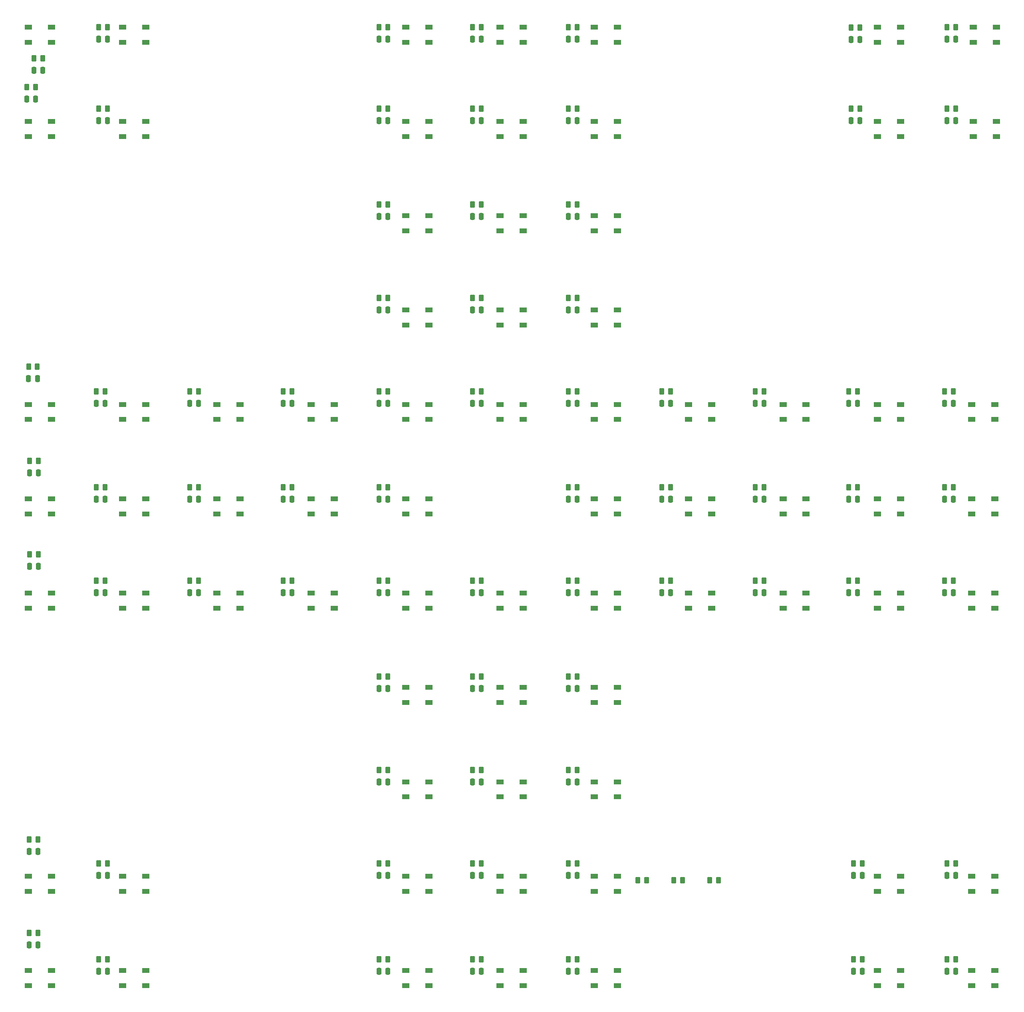
<source format=gbr>
%TF.GenerationSoftware,KiCad,Pcbnew,6.0.7*%
%TF.CreationDate,2022-11-18T13:15:14+01:00*%
%TF.ProjectId,game_board,67616d65-5f62-46f6-9172-642e6b696361,rev?*%
%TF.SameCoordinates,Original*%
%TF.FileFunction,Paste,Top*%
%TF.FilePolarity,Positive*%
%FSLAX46Y46*%
G04 Gerber Fmt 4.6, Leading zero omitted, Abs format (unit mm)*
G04 Created by KiCad (PCBNEW 6.0.7) date 2022-11-18 13:15:14*
%MOMM*%
%LPD*%
G01*
G04 APERTURE LIST*
G04 Aperture macros list*
%AMRoundRect*
0 Rectangle with rounded corners*
0 $1 Rounding radius*
0 $2 $3 $4 $5 $6 $7 $8 $9 X,Y pos of 4 corners*
0 Add a 4 corners polygon primitive as box body*
4,1,4,$2,$3,$4,$5,$6,$7,$8,$9,$2,$3,0*
0 Add four circle primitives for the rounded corners*
1,1,$1+$1,$2,$3*
1,1,$1+$1,$4,$5*
1,1,$1+$1,$6,$7*
1,1,$1+$1,$8,$9*
0 Add four rect primitives between the rounded corners*
20,1,$1+$1,$2,$3,$4,$5,0*
20,1,$1+$1,$4,$5,$6,$7,0*
20,1,$1+$1,$6,$7,$8,$9,0*
20,1,$1+$1,$8,$9,$2,$3,0*%
G04 Aperture macros list end*
%ADD10RoundRect,0.250000X0.250000X0.475000X-0.250000X0.475000X-0.250000X-0.475000X0.250000X-0.475000X0*%
%ADD11R,1.500000X1.000000*%
%ADD12RoundRect,0.250000X-0.262500X-0.450000X0.262500X-0.450000X0.262500X0.450000X-0.262500X0.450000X0*%
%ADD13RoundRect,0.250000X0.262500X0.450000X-0.262500X0.450000X-0.262500X-0.450000X0.262500X-0.450000X0*%
G04 APERTURE END LIST*
D10*
%TO.C,C41*%
X44704000Y-142748000D03*
X42804000Y-142748000D03*
%TD*%
D11*
%TO.C,D31*%
X202550000Y-128400000D03*
X202550000Y-131600000D03*
X207450000Y-131600000D03*
X207450000Y-128400000D03*
%TD*%
D10*
%TO.C,C26*%
X138618000Y-88392000D03*
X136718000Y-88392000D03*
%TD*%
D12*
%TO.C,R63*%
X236831500Y-145796000D03*
X238656500Y-145796000D03*
%TD*%
D11*
%TO.C,D6*%
X62550000Y-48400000D03*
X62550000Y-51600000D03*
X67450000Y-51600000D03*
X67450000Y-48400000D03*
%TD*%
D12*
%TO.C,R16*%
X217527500Y-205740000D03*
X219352500Y-205740000D03*
%TD*%
D11*
%TO.C,D16*%
X222550000Y-208400000D03*
X222550000Y-211600000D03*
X227450000Y-211600000D03*
X227450000Y-208400000D03*
%TD*%
D10*
%TO.C,C18*%
X138618000Y-188468000D03*
X136718000Y-188468000D03*
%TD*%
%TO.C,C49*%
X118806000Y-68580000D03*
X116906000Y-68580000D03*
%TD*%
%TO.C,C59*%
X198562000Y-108204000D03*
X196662000Y-108204000D03*
%TD*%
D12*
%TO.C,R44*%
X56999500Y-105664000D03*
X58824500Y-105664000D03*
%TD*%
D10*
%TO.C,C3*%
X59370000Y-208280000D03*
X57470000Y-208280000D03*
%TD*%
%TO.C,C71*%
X158938000Y-228600000D03*
X157038000Y-228600000D03*
%TD*%
D12*
%TO.C,R68*%
X157075500Y-166116000D03*
X158900500Y-166116000D03*
%TD*%
D10*
%TO.C,C29*%
X158938000Y-128524000D03*
X157038000Y-128524000D03*
%TD*%
%TO.C,C6*%
X59370000Y-48260000D03*
X57470000Y-48260000D03*
%TD*%
D12*
%TO.C,R45*%
X76811500Y-105664000D03*
X78636500Y-105664000D03*
%TD*%
D11*
%TO.C,D63*%
X242550000Y-148400000D03*
X242550000Y-151600000D03*
X247450000Y-151600000D03*
X247450000Y-148400000D03*
%TD*%
D10*
%TO.C,C47*%
X118806000Y-108204000D03*
X116906000Y-108204000D03*
%TD*%
D11*
%TO.C,D23*%
X82550000Y-128400000D03*
X82550000Y-131600000D03*
X87450000Y-131600000D03*
X87450000Y-128400000D03*
%TD*%
D10*
%TO.C,C31*%
X198562000Y-128524000D03*
X196662000Y-128524000D03*
%TD*%
D11*
%TO.C,D4*%
X42550000Y-208400000D03*
X42550000Y-211600000D03*
X47450000Y-211600000D03*
X47450000Y-208400000D03*
%TD*%
D12*
%TO.C,R57*%
X157075500Y-105664000D03*
X158900500Y-105664000D03*
%TD*%
D11*
%TO.C,D47*%
X122550000Y-108400000D03*
X122550000Y-111600000D03*
X127450000Y-111600000D03*
X127450000Y-108400000D03*
%TD*%
%TO.C,D41*%
X42550000Y-148400000D03*
X42550000Y-151600000D03*
X47450000Y-151600000D03*
X47450000Y-148400000D03*
%TD*%
D12*
%TO.C,R47*%
X116943500Y-105664000D03*
X118768500Y-105664000D03*
%TD*%
%TO.C,R29*%
X157075500Y-125984000D03*
X158900500Y-125984000D03*
%TD*%
D10*
%TO.C,C57*%
X158938000Y-108204000D03*
X157038000Y-108204000D03*
%TD*%
D11*
%TO.C,D42*%
X42550000Y-128400000D03*
X42550000Y-131600000D03*
X47450000Y-131600000D03*
X47450000Y-128400000D03*
%TD*%
D10*
%TO.C,C12*%
X218882000Y-48260000D03*
X216982000Y-48260000D03*
%TD*%
D11*
%TO.C,D10*%
X242870000Y-28400000D03*
X242870000Y-31600000D03*
X247770000Y-31600000D03*
X247770000Y-28400000D03*
%TD*%
%TO.C,D72*%
X142550000Y-228400000D03*
X142550000Y-231600000D03*
X147450000Y-231600000D03*
X147450000Y-228400000D03*
%TD*%
D12*
%TO.C,R17*%
X136755500Y-205740000D03*
X138580500Y-205740000D03*
%TD*%
%TO.C,R52*%
X136755500Y-28448000D03*
X138580500Y-28448000D03*
%TD*%
%TO.C,R70*%
X157075500Y-205740000D03*
X158900500Y-205740000D03*
%TD*%
D11*
%TO.C,D39*%
X82550000Y-148400000D03*
X82550000Y-151600000D03*
X87450000Y-151600000D03*
X87450000Y-148400000D03*
%TD*%
D10*
%TO.C,C67*%
X158938000Y-148336000D03*
X157038000Y-148336000D03*
%TD*%
D12*
%TO.C,R51*%
X116943500Y-28448000D03*
X118768500Y-28448000D03*
%TD*%
%TO.C,R38*%
X96623500Y-145796000D03*
X98448500Y-145796000D03*
%TD*%
D13*
%TO.C,R75*%
X173632500Y-209296000D03*
X171807500Y-209296000D03*
%TD*%
D11*
%TO.C,D53*%
X162550000Y-28400000D03*
X162550000Y-31600000D03*
X167450000Y-31600000D03*
X167450000Y-28400000D03*
%TD*%
%TO.C,D5*%
X42550000Y-48400000D03*
X42550000Y-51600000D03*
X47450000Y-51600000D03*
X47450000Y-48400000D03*
%TD*%
%TO.C,D21*%
X122550000Y-128400000D03*
X122550000Y-131600000D03*
X127450000Y-131600000D03*
X127450000Y-128400000D03*
%TD*%
%TO.C,D27*%
X142550000Y-68400000D03*
X142550000Y-71600000D03*
X147450000Y-71600000D03*
X147450000Y-68400000D03*
%TD*%
%TO.C,D38*%
X102550000Y-148400000D03*
X102550000Y-151600000D03*
X107450000Y-151600000D03*
X107450000Y-148400000D03*
%TD*%
D12*
%TO.C,R62*%
X236831500Y-125984000D03*
X238656500Y-125984000D03*
%TD*%
D10*
%TO.C,C8*%
X45654000Y-37592000D03*
X43754000Y-37592000D03*
%TD*%
D11*
%TO.C,D59*%
X202550000Y-108400000D03*
X202550000Y-111600000D03*
X207450000Y-111600000D03*
X207450000Y-108400000D03*
%TD*%
%TO.C,D49*%
X122550000Y-68400000D03*
X122550000Y-71600000D03*
X127450000Y-71600000D03*
X127450000Y-68400000D03*
%TD*%
D10*
%TO.C,C64*%
X218374000Y-148336000D03*
X216474000Y-148336000D03*
%TD*%
D11*
%TO.C,D12*%
X222550000Y-48400000D03*
X222550000Y-51600000D03*
X227450000Y-51600000D03*
X227450000Y-48400000D03*
%TD*%
D12*
%TO.C,R60*%
X216511500Y-105664000D03*
X218336500Y-105664000D03*
%TD*%
D11*
%TO.C,D32*%
X222550000Y-128400000D03*
X222550000Y-131600000D03*
X227450000Y-131600000D03*
X227450000Y-128400000D03*
%TD*%
D12*
%TO.C,R14*%
X237339500Y-226060000D03*
X239164500Y-226060000D03*
%TD*%
D11*
%TO.C,D8*%
X42550000Y-28400000D03*
X42550000Y-31600000D03*
X47450000Y-31600000D03*
X47450000Y-28400000D03*
%TD*%
%TO.C,D18*%
X142550000Y-188400000D03*
X142550000Y-191600000D03*
X147450000Y-191600000D03*
X147450000Y-188400000D03*
%TD*%
D12*
%TO.C,R54*%
X157075500Y-45720000D03*
X158900500Y-45720000D03*
%TD*%
D11*
%TO.C,D11*%
X242870000Y-48400000D03*
X242870000Y-51600000D03*
X247770000Y-51600000D03*
X247770000Y-48400000D03*
%TD*%
D10*
%TO.C,C7*%
X59370000Y-30988000D03*
X57470000Y-30988000D03*
%TD*%
D11*
%TO.C,D33*%
X122550000Y-228400000D03*
X122550000Y-231600000D03*
X127450000Y-231600000D03*
X127450000Y-228400000D03*
%TD*%
D12*
%TO.C,R37*%
X116943500Y-145796000D03*
X118768500Y-145796000D03*
%TD*%
D11*
%TO.C,D54*%
X162550000Y-48400000D03*
X162550000Y-51600000D03*
X167450000Y-51600000D03*
X167450000Y-48400000D03*
%TD*%
D12*
%TO.C,R48*%
X116943500Y-85852000D03*
X118768500Y-85852000D03*
%TD*%
%TO.C,R10*%
X237339500Y-28448000D03*
X239164500Y-28448000D03*
%TD*%
%TO.C,R23*%
X76811500Y-125984000D03*
X78636500Y-125984000D03*
%TD*%
D11*
%TO.C,D48*%
X122550000Y-88400000D03*
X122550000Y-91600000D03*
X127450000Y-91600000D03*
X127450000Y-88400000D03*
%TD*%
D10*
%TO.C,C13*%
X239202000Y-208280000D03*
X237302000Y-208280000D03*
%TD*%
%TO.C,C21*%
X118806000Y-128524000D03*
X116906000Y-128524000D03*
%TD*%
%TO.C,C52*%
X138618000Y-30988000D03*
X136718000Y-30988000D03*
%TD*%
D12*
%TO.C,R5*%
X42267500Y-41148000D03*
X44092500Y-41148000D03*
%TD*%
%TO.C,R42*%
X42841500Y-120396000D03*
X44666500Y-120396000D03*
%TD*%
D11*
%TO.C,D65*%
X202550000Y-148400000D03*
X202550000Y-151600000D03*
X207450000Y-151600000D03*
X207450000Y-148400000D03*
%TD*%
D12*
%TO.C,R43*%
X42645500Y-100388000D03*
X44470500Y-100388000D03*
%TD*%
%TO.C,R31*%
X196699500Y-125984000D03*
X198524500Y-125984000D03*
%TD*%
D10*
%TO.C,C19*%
X138618000Y-168656000D03*
X136718000Y-168656000D03*
%TD*%
%TO.C,C1*%
X44638000Y-223012000D03*
X42738000Y-223012000D03*
%TD*%
%TO.C,C68*%
X158938000Y-168656000D03*
X157038000Y-168656000D03*
%TD*%
%TO.C,C14*%
X239202000Y-228600000D03*
X237302000Y-228600000D03*
%TD*%
D11*
%TO.C,D56*%
X162550000Y-88400000D03*
X162550000Y-91600000D03*
X167450000Y-91600000D03*
X167450000Y-88400000D03*
%TD*%
D10*
%TO.C,C45*%
X78674000Y-108204000D03*
X76774000Y-108204000D03*
%TD*%
D11*
%TO.C,D45*%
X82550000Y-108400000D03*
X82550000Y-111600000D03*
X87450000Y-111600000D03*
X87450000Y-108400000D03*
%TD*%
D10*
%TO.C,C69*%
X158938000Y-188468000D03*
X157038000Y-188468000D03*
%TD*%
D12*
%TO.C,R19*%
X136755500Y-166116000D03*
X138580500Y-166116000D03*
%TD*%
%TO.C,R4*%
X42775500Y-200660000D03*
X44600500Y-200660000D03*
%TD*%
D10*
%TO.C,C35*%
X118806000Y-188468000D03*
X116906000Y-188468000D03*
%TD*%
D12*
%TO.C,R27*%
X136755500Y-66040000D03*
X138580500Y-66040000D03*
%TD*%
%TO.C,R25*%
X136755500Y-105664000D03*
X138580500Y-105664000D03*
%TD*%
D10*
%TO.C,C27*%
X138618000Y-68580000D03*
X136718000Y-68580000D03*
%TD*%
D11*
%TO.C,D37*%
X122550000Y-148400000D03*
X122550000Y-151600000D03*
X127450000Y-151600000D03*
X127450000Y-148400000D03*
%TD*%
D12*
%TO.C,R40*%
X56999500Y-145796000D03*
X58824500Y-145796000D03*
%TD*%
%TO.C,R34*%
X116943500Y-205740000D03*
X118768500Y-205740000D03*
%TD*%
%TO.C,R61*%
X236831500Y-105664000D03*
X238656500Y-105664000D03*
%TD*%
%TO.C,R24*%
X56999500Y-125984000D03*
X58824500Y-125984000D03*
%TD*%
D11*
%TO.C,D15*%
X222550000Y-228400000D03*
X222550000Y-231600000D03*
X227450000Y-231600000D03*
X227450000Y-228400000D03*
%TD*%
D10*
%TO.C,C34*%
X118806000Y-208280000D03*
X116906000Y-208280000D03*
%TD*%
%TO.C,C10*%
X239202000Y-30988000D03*
X237302000Y-30988000D03*
%TD*%
D11*
%TO.C,D66*%
X182550000Y-148400000D03*
X182550000Y-151600000D03*
X187450000Y-151600000D03*
X187450000Y-148400000D03*
%TD*%
%TO.C,D20*%
X142550000Y-148400000D03*
X142550000Y-151600000D03*
X147450000Y-151600000D03*
X147450000Y-148400000D03*
%TD*%
D10*
%TO.C,C55*%
X158938000Y-68580000D03*
X157038000Y-68580000D03*
%TD*%
D12*
%TO.C,R6*%
X57507500Y-45720000D03*
X59332500Y-45720000D03*
%TD*%
D10*
%TO.C,C66*%
X178750000Y-148336000D03*
X176850000Y-148336000D03*
%TD*%
D12*
%TO.C,R49*%
X116943500Y-66040000D03*
X118768500Y-66040000D03*
%TD*%
%TO.C,R55*%
X157075500Y-66040000D03*
X158900500Y-66040000D03*
%TD*%
%TO.C,R26*%
X136755500Y-85852000D03*
X138580500Y-85852000D03*
%TD*%
D10*
%TO.C,C72*%
X138618000Y-228600000D03*
X136718000Y-228600000D03*
%TD*%
D11*
%TO.C,D17*%
X142550000Y-208400000D03*
X142550000Y-211600000D03*
X147450000Y-211600000D03*
X147450000Y-208400000D03*
%TD*%
D10*
%TO.C,C44*%
X58862000Y-108204000D03*
X56962000Y-108204000D03*
%TD*%
%TO.C,C22*%
X98486000Y-128524000D03*
X96586000Y-128524000D03*
%TD*%
D12*
%TO.C,R8*%
X43791500Y-35052000D03*
X45616500Y-35052000D03*
%TD*%
D10*
%TO.C,C5*%
X44130000Y-43688000D03*
X42230000Y-43688000D03*
%TD*%
D11*
%TO.C,D51*%
X122550000Y-28400000D03*
X122550000Y-31600000D03*
X127450000Y-31600000D03*
X127450000Y-28400000D03*
%TD*%
%TO.C,D62*%
X242550000Y-128400000D03*
X242550000Y-131600000D03*
X247450000Y-131600000D03*
X247450000Y-128400000D03*
%TD*%
D13*
%TO.C,R74*%
X181252500Y-209296000D03*
X179427500Y-209296000D03*
%TD*%
D11*
%TO.C,D71*%
X162550000Y-228400000D03*
X162550000Y-231600000D03*
X167450000Y-231600000D03*
X167450000Y-228400000D03*
%TD*%
D12*
%TO.C,R2*%
X57507500Y-226060000D03*
X59332500Y-226060000D03*
%TD*%
%TO.C,R12*%
X217019500Y-45720000D03*
X218844500Y-45720000D03*
%TD*%
D11*
%TO.C,D9*%
X222550000Y-28400000D03*
X222550000Y-31600000D03*
X227450000Y-31600000D03*
X227450000Y-28400000D03*
%TD*%
D10*
%TO.C,C11*%
X239202000Y-48260000D03*
X237302000Y-48260000D03*
%TD*%
%TO.C,C60*%
X218374000Y-108204000D03*
X216474000Y-108204000D03*
%TD*%
D12*
%TO.C,R13*%
X237339500Y-205740000D03*
X239164500Y-205740000D03*
%TD*%
D11*
%TO.C,D1*%
X42550000Y-228400000D03*
X42550000Y-231600000D03*
X47450000Y-231600000D03*
X47450000Y-228400000D03*
%TD*%
D10*
%TO.C,C23*%
X78674000Y-128524000D03*
X76774000Y-128524000D03*
%TD*%
%TO.C,C28*%
X138618000Y-48260000D03*
X136718000Y-48260000D03*
%TD*%
D12*
%TO.C,R35*%
X116943500Y-185928000D03*
X118768500Y-185928000D03*
%TD*%
D13*
%TO.C,R73*%
X188872500Y-209296000D03*
X187047500Y-209296000D03*
%TD*%
D12*
%TO.C,R65*%
X196699500Y-145796000D03*
X198524500Y-145796000D03*
%TD*%
D10*
%TO.C,C38*%
X98486000Y-148336000D03*
X96586000Y-148336000D03*
%TD*%
%TO.C,C61*%
X238694000Y-108204000D03*
X236794000Y-108204000D03*
%TD*%
%TO.C,C30*%
X178750000Y-128524000D03*
X176850000Y-128524000D03*
%TD*%
D12*
%TO.C,R18*%
X136755500Y-185928000D03*
X138580500Y-185928000D03*
%TD*%
D11*
%TO.C,D60*%
X222550000Y-108400000D03*
X222550000Y-111600000D03*
X227450000Y-111600000D03*
X227450000Y-108400000D03*
%TD*%
D10*
%TO.C,C9*%
X218882000Y-31036000D03*
X216982000Y-31036000D03*
%TD*%
D12*
%TO.C,R32*%
X216511500Y-125984000D03*
X218336500Y-125984000D03*
%TD*%
D11*
%TO.C,D58*%
X182550000Y-108400000D03*
X182550000Y-111600000D03*
X187450000Y-111600000D03*
X187450000Y-108400000D03*
%TD*%
%TO.C,D43*%
X42550000Y-108400000D03*
X42550000Y-111600000D03*
X47450000Y-111600000D03*
X47450000Y-108400000D03*
%TD*%
D10*
%TO.C,C58*%
X178750000Y-108204000D03*
X176850000Y-108204000D03*
%TD*%
D12*
%TO.C,R15*%
X217527500Y-226060000D03*
X219352500Y-226060000D03*
%TD*%
D10*
%TO.C,C16*%
X219390000Y-208280000D03*
X217490000Y-208280000D03*
%TD*%
D11*
%TO.C,D3*%
X62550000Y-208400000D03*
X62550000Y-211600000D03*
X67450000Y-211600000D03*
X67450000Y-208400000D03*
%TD*%
D10*
%TO.C,C53*%
X158938000Y-30988000D03*
X157038000Y-30988000D03*
%TD*%
D11*
%TO.C,D61*%
X242550000Y-108400000D03*
X242550000Y-111600000D03*
X247450000Y-111600000D03*
X247450000Y-108400000D03*
%TD*%
D12*
%TO.C,R67*%
X157075500Y-145796000D03*
X158900500Y-145796000D03*
%TD*%
D10*
%TO.C,C48*%
X118806000Y-88392000D03*
X116906000Y-88392000D03*
%TD*%
D11*
%TO.C,D69*%
X162550000Y-188400000D03*
X162550000Y-191600000D03*
X167450000Y-191600000D03*
X167450000Y-188400000D03*
%TD*%
D10*
%TO.C,C40*%
X58862000Y-148336000D03*
X56962000Y-148336000D03*
%TD*%
D11*
%TO.C,D14*%
X242550000Y-228400000D03*
X242550000Y-231600000D03*
X247450000Y-231600000D03*
X247450000Y-228400000D03*
%TD*%
D12*
%TO.C,R1*%
X42775500Y-220472000D03*
X44600500Y-220472000D03*
%TD*%
%TO.C,R64*%
X216511500Y-145796000D03*
X218336500Y-145796000D03*
%TD*%
D10*
%TO.C,C50*%
X118806000Y-48260000D03*
X116906000Y-48260000D03*
%TD*%
D11*
%TO.C,D40*%
X62550000Y-148400000D03*
X62550000Y-151600000D03*
X67450000Y-151600000D03*
X67450000Y-148400000D03*
%TD*%
D12*
%TO.C,R28*%
X136755500Y-45720000D03*
X138580500Y-45720000D03*
%TD*%
D10*
%TO.C,C56*%
X158938000Y-88392000D03*
X157038000Y-88392000D03*
%TD*%
%TO.C,C25*%
X138618000Y-108204000D03*
X136718000Y-108204000D03*
%TD*%
D12*
%TO.C,R59*%
X196699500Y-105664000D03*
X198524500Y-105664000D03*
%TD*%
D10*
%TO.C,C2*%
X59370000Y-228600000D03*
X57470000Y-228600000D03*
%TD*%
D11*
%TO.C,D25*%
X142550000Y-108400000D03*
X142550000Y-111600000D03*
X147450000Y-111600000D03*
X147450000Y-108400000D03*
%TD*%
D12*
%TO.C,R33*%
X116943500Y-226060000D03*
X118768500Y-226060000D03*
%TD*%
%TO.C,R7*%
X57507500Y-28448000D03*
X59332500Y-28448000D03*
%TD*%
%TO.C,R20*%
X136755500Y-145796000D03*
X138580500Y-145796000D03*
%TD*%
D10*
%TO.C,C15*%
X219390000Y-228600000D03*
X217490000Y-228600000D03*
%TD*%
D11*
%TO.C,D55*%
X162550000Y-68400000D03*
X162550000Y-71600000D03*
X167450000Y-71600000D03*
X167450000Y-68400000D03*
%TD*%
%TO.C,D29*%
X162550000Y-128400000D03*
X162550000Y-131600000D03*
X167450000Y-131600000D03*
X167450000Y-128400000D03*
%TD*%
D12*
%TO.C,R41*%
X42841500Y-140208000D03*
X44666500Y-140208000D03*
%TD*%
D11*
%TO.C,D70*%
X162550000Y-208400000D03*
X162550000Y-211600000D03*
X167450000Y-211600000D03*
X167450000Y-208400000D03*
%TD*%
D12*
%TO.C,R39*%
X76811500Y-145796000D03*
X78636500Y-145796000D03*
%TD*%
D10*
%TO.C,C54*%
X158938000Y-48260000D03*
X157038000Y-48260000D03*
%TD*%
%TO.C,C65*%
X198562000Y-148336000D03*
X196662000Y-148336000D03*
%TD*%
D11*
%TO.C,D34*%
X122550000Y-208400000D03*
X122550000Y-211600000D03*
X127450000Y-211600000D03*
X127450000Y-208400000D03*
%TD*%
D12*
%TO.C,R69*%
X157075500Y-185928000D03*
X158900500Y-185928000D03*
%TD*%
D11*
%TO.C,D35*%
X122550000Y-188400000D03*
X122550000Y-191600000D03*
X127450000Y-191600000D03*
X127450000Y-188400000D03*
%TD*%
D12*
%TO.C,R56*%
X157075500Y-85852000D03*
X158900500Y-85852000D03*
%TD*%
%TO.C,R53*%
X157075500Y-28448000D03*
X158900500Y-28448000D03*
%TD*%
%TO.C,R71*%
X157075500Y-226060000D03*
X158900500Y-226060000D03*
%TD*%
D10*
%TO.C,C37*%
X118806000Y-148336000D03*
X116906000Y-148336000D03*
%TD*%
%TO.C,C20*%
X138618000Y-148336000D03*
X136718000Y-148336000D03*
%TD*%
D12*
%TO.C,R36*%
X116943500Y-166116000D03*
X118768500Y-166116000D03*
%TD*%
%TO.C,R58*%
X176887500Y-105664000D03*
X178712500Y-105664000D03*
%TD*%
D11*
%TO.C,D28*%
X142550000Y-48400000D03*
X142550000Y-51600000D03*
X147450000Y-51600000D03*
X147450000Y-48400000D03*
%TD*%
D10*
%TO.C,C70*%
X158938000Y-208280000D03*
X157038000Y-208280000D03*
%TD*%
%TO.C,C46*%
X98486000Y-108204000D03*
X96586000Y-108204000D03*
%TD*%
D12*
%TO.C,R22*%
X96623500Y-125984000D03*
X98448500Y-125984000D03*
%TD*%
D10*
%TO.C,C33*%
X118806000Y-228600000D03*
X116906000Y-228600000D03*
%TD*%
%TO.C,C4*%
X44638000Y-203200000D03*
X42738000Y-203200000D03*
%TD*%
D12*
%TO.C,R11*%
X237339500Y-45720000D03*
X239164500Y-45720000D03*
%TD*%
%TO.C,R3*%
X57507500Y-205740000D03*
X59332500Y-205740000D03*
%TD*%
D11*
%TO.C,D68*%
X162550000Y-168400000D03*
X162550000Y-171600000D03*
X167450000Y-171600000D03*
X167450000Y-168400000D03*
%TD*%
D10*
%TO.C,C43*%
X44508000Y-102928000D03*
X42608000Y-102928000D03*
%TD*%
D11*
%TO.C,D26*%
X142550000Y-88400000D03*
X142550000Y-91600000D03*
X147450000Y-91600000D03*
X147450000Y-88400000D03*
%TD*%
%TO.C,D64*%
X222550000Y-148400000D03*
X222550000Y-151600000D03*
X227450000Y-151600000D03*
X227450000Y-148400000D03*
%TD*%
%TO.C,D22*%
X102550000Y-128400000D03*
X102550000Y-131600000D03*
X107450000Y-131600000D03*
X107450000Y-128400000D03*
%TD*%
D12*
%TO.C,R30*%
X176887500Y-125984000D03*
X178712500Y-125984000D03*
%TD*%
D10*
%TO.C,C62*%
X238694000Y-128524000D03*
X236794000Y-128524000D03*
%TD*%
%TO.C,C63*%
X238694000Y-148336000D03*
X236794000Y-148336000D03*
%TD*%
D11*
%TO.C,D30*%
X182550000Y-128400000D03*
X182550000Y-131600000D03*
X187450000Y-131600000D03*
X187450000Y-128400000D03*
%TD*%
%TO.C,D19*%
X142550000Y-168400000D03*
X142550000Y-171600000D03*
X147450000Y-171600000D03*
X147450000Y-168400000D03*
%TD*%
%TO.C,D50*%
X122550000Y-48400000D03*
X122550000Y-51600000D03*
X127450000Y-51600000D03*
X127450000Y-48400000D03*
%TD*%
%TO.C,D7*%
X62550000Y-28400000D03*
X62550000Y-31600000D03*
X67450000Y-31600000D03*
X67450000Y-28400000D03*
%TD*%
%TO.C,D44*%
X62550000Y-108400000D03*
X62550000Y-111600000D03*
X67450000Y-111600000D03*
X67450000Y-108400000D03*
%TD*%
D12*
%TO.C,R72*%
X136755500Y-226060000D03*
X138580500Y-226060000D03*
%TD*%
%TO.C,R21*%
X116943500Y-125984000D03*
X118768500Y-125984000D03*
%TD*%
D11*
%TO.C,D57*%
X162550000Y-108400000D03*
X162550000Y-111600000D03*
X167450000Y-111600000D03*
X167450000Y-108400000D03*
%TD*%
%TO.C,D13*%
X242550000Y-208400000D03*
X242550000Y-211600000D03*
X247450000Y-211600000D03*
X247450000Y-208400000D03*
%TD*%
%TO.C,D52*%
X142550000Y-28400000D03*
X142550000Y-31600000D03*
X147450000Y-31600000D03*
X147450000Y-28400000D03*
%TD*%
%TO.C,D36*%
X122550000Y-168400000D03*
X122550000Y-171600000D03*
X127450000Y-171600000D03*
X127450000Y-168400000D03*
%TD*%
D10*
%TO.C,C32*%
X218374000Y-128524000D03*
X216474000Y-128524000D03*
%TD*%
D11*
%TO.C,D46*%
X102550000Y-108400000D03*
X102550000Y-111600000D03*
X107450000Y-111600000D03*
X107450000Y-108400000D03*
%TD*%
D10*
%TO.C,C39*%
X78674000Y-148336000D03*
X76774000Y-148336000D03*
%TD*%
%TO.C,C24*%
X58862000Y-128524000D03*
X56962000Y-128524000D03*
%TD*%
%TO.C,C42*%
X44704000Y-122936000D03*
X42804000Y-122936000D03*
%TD*%
%TO.C,C17*%
X138618000Y-208280000D03*
X136718000Y-208280000D03*
%TD*%
D11*
%TO.C,D67*%
X162550000Y-148400000D03*
X162550000Y-151600000D03*
X167450000Y-151600000D03*
X167450000Y-148400000D03*
%TD*%
%TO.C,D2*%
X62550000Y-228400000D03*
X62550000Y-231600000D03*
X67450000Y-231600000D03*
X67450000Y-228400000D03*
%TD*%
%TO.C,D24*%
X62550000Y-128400000D03*
X62550000Y-131600000D03*
X67450000Y-131600000D03*
X67450000Y-128400000D03*
%TD*%
D12*
%TO.C,R46*%
X96623500Y-105664000D03*
X98448500Y-105664000D03*
%TD*%
%TO.C,R66*%
X176887500Y-145796000D03*
X178712500Y-145796000D03*
%TD*%
%TO.C,R50*%
X116943500Y-45720000D03*
X118768500Y-45720000D03*
%TD*%
%TO.C,R9*%
X217019500Y-28496000D03*
X218844500Y-28496000D03*
%TD*%
D10*
%TO.C,C51*%
X118806000Y-30988000D03*
X116906000Y-30988000D03*
%TD*%
%TO.C,C36*%
X118806000Y-168656000D03*
X116906000Y-168656000D03*
%TD*%
M02*

</source>
